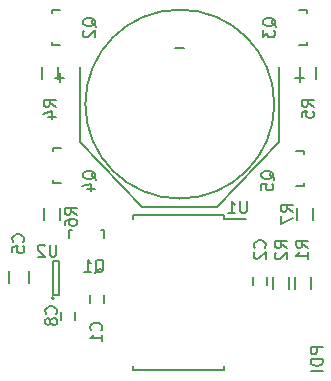
<source format=gbo>
G04 #@! TF.FileFunction,Legend,Bot*
%FSLAX46Y46*%
G04 Gerber Fmt 4.6, Leading zero omitted, Abs format (unit mm)*
G04 Created by KiCad (PCBNEW 4.0.2+dfsg1-stable) date Sat 12 Nov 2016 15:30:03 AEDT*
%MOMM*%
G01*
G04 APERTURE LIST*
%ADD10C,0.100000*%
%ADD11C,0.150000*%
G04 APERTURE END LIST*
D10*
D11*
X216098381Y-124603000D02*
X215098381Y-124603000D01*
X215098381Y-124983953D01*
X215146000Y-125079191D01*
X215193619Y-125126810D01*
X215288857Y-125174429D01*
X215431714Y-125174429D01*
X215526952Y-125126810D01*
X215574571Y-125079191D01*
X215622190Y-124983953D01*
X215622190Y-124603000D01*
X216098381Y-125603000D02*
X215098381Y-125603000D01*
X215098381Y-125841095D01*
X215146000Y-125983953D01*
X215241238Y-126079191D01*
X215336476Y-126126810D01*
X215526952Y-126174429D01*
X215669810Y-126174429D01*
X215860286Y-126126810D01*
X215955524Y-126079191D01*
X216050762Y-125983953D01*
X216098381Y-125841095D01*
X216098381Y-125603000D01*
X216098381Y-126603000D02*
X215098381Y-126603000D01*
X193348000Y-120445000D02*
G75*
G03X193348000Y-120445000I-100000J0D01*
G01*
X193798000Y-120195000D02*
X193298000Y-120195000D01*
X193798000Y-117295000D02*
X193798000Y-120195000D01*
X193298000Y-117295000D02*
X193798000Y-117295000D01*
X193298000Y-120195000D02*
X193298000Y-117295000D01*
X197577000Y-120873000D02*
X197577000Y-120173000D01*
X196377000Y-120173000D02*
X196377000Y-120873000D01*
X193278760Y-110519160D02*
X193278760Y-110470900D01*
X193979800Y-107720180D02*
X193278760Y-107720180D01*
X193278760Y-107720180D02*
X193278760Y-107969100D01*
X193278760Y-110519160D02*
X193278760Y-110719820D01*
X193278760Y-110719820D02*
X193979800Y-110719820D01*
X194788840Y-114665760D02*
X194837100Y-114665760D01*
X197587820Y-115366800D02*
X197587820Y-114665760D01*
X197587820Y-114665760D02*
X197338900Y-114665760D01*
X194788840Y-114665760D02*
X194588180Y-114665760D01*
X194588180Y-114665760D02*
X194588180Y-115366800D01*
X207775000Y-113375000D02*
X207775000Y-113710000D01*
X200025000Y-113375000D02*
X200025000Y-113710000D01*
X200025000Y-126525000D02*
X200025000Y-126190000D01*
X207775000Y-126525000D02*
X207775000Y-126190000D01*
X207775000Y-113375000D02*
X200025000Y-113375000D01*
X207775000Y-126525000D02*
X200025000Y-126525000D01*
X207775000Y-113710000D02*
X209575000Y-113710000D01*
X214772240Y-96236840D02*
X214772240Y-96285100D01*
X214071200Y-99035820D02*
X214772240Y-99035820D01*
X214772240Y-99035820D02*
X214772240Y-98786900D01*
X214772240Y-96236840D02*
X214772240Y-96036180D01*
X214772240Y-96036180D02*
X214071200Y-96036180D01*
X211420000Y-119349000D02*
X211420000Y-118649000D01*
X210220000Y-118649000D02*
X210220000Y-119349000D01*
X193151760Y-98835160D02*
X193151760Y-98786900D01*
X193852800Y-96036180D02*
X193151760Y-96036180D01*
X193151760Y-96036180D02*
X193151760Y-96285100D01*
X193151760Y-98835160D02*
X193151760Y-99035820D01*
X193151760Y-99035820D02*
X193852800Y-99035820D01*
X215075000Y-119626000D02*
X215075000Y-118626000D01*
X213725000Y-118626000D02*
X213725000Y-119626000D01*
X213275000Y-119650000D02*
X213275000Y-118650000D01*
X211925000Y-118650000D02*
X211925000Y-119650000D01*
X193715000Y-101846000D02*
X193715000Y-100846000D01*
X192365000Y-100846000D02*
X192365000Y-101846000D01*
X215559000Y-101846000D02*
X215559000Y-100846000D01*
X214209000Y-100846000D02*
X214209000Y-101846000D01*
X193842000Y-113784000D02*
X193842000Y-112784000D01*
X192492000Y-112784000D02*
X192492000Y-113784000D01*
X214518240Y-108174840D02*
X214518240Y-108223100D01*
X213817200Y-110973820D02*
X214518240Y-110973820D01*
X214518240Y-110973820D02*
X214518240Y-110724900D01*
X214518240Y-108174840D02*
X214518240Y-107974180D01*
X214518240Y-107974180D02*
X213817200Y-107974180D01*
X215305000Y-113784000D02*
X215305000Y-112784000D01*
X213955000Y-112784000D02*
X213955000Y-113784000D01*
X212000000Y-104000000D02*
G75*
G03X212000000Y-104000000I-8000000J0D01*
G01*
X212435000Y-107175000D02*
X207175000Y-112720000D01*
X195565000Y-107175000D02*
X200825000Y-112720000D01*
X212435000Y-100825000D02*
X212435000Y-107175000D01*
X195565000Y-100825000D02*
X195565000Y-107175000D01*
X207175000Y-112720000D02*
X200825000Y-112720000D01*
X191223000Y-118118000D02*
X191223000Y-119118000D01*
X189523000Y-119118000D02*
X189523000Y-118118000D01*
X193964000Y-121570000D02*
X193964000Y-122270000D01*
X195164000Y-122270000D02*
X195164000Y-121570000D01*
X193547905Y-115911381D02*
X193547905Y-116720905D01*
X193500286Y-116816143D01*
X193452667Y-116863762D01*
X193357429Y-116911381D01*
X193166952Y-116911381D01*
X193071714Y-116863762D01*
X193024095Y-116816143D01*
X192976476Y-116720905D01*
X192976476Y-115911381D01*
X192547905Y-116006619D02*
X192500286Y-115959000D01*
X192405048Y-115911381D01*
X192166952Y-115911381D01*
X192071714Y-115959000D01*
X192024095Y-116006619D01*
X191976476Y-116101857D01*
X191976476Y-116197095D01*
X192024095Y-116339952D01*
X192595524Y-116911381D01*
X191976476Y-116911381D01*
X197334143Y-123150334D02*
X197381762Y-123102715D01*
X197429381Y-122959858D01*
X197429381Y-122864620D01*
X197381762Y-122721762D01*
X197286524Y-122626524D01*
X197191286Y-122578905D01*
X197000810Y-122531286D01*
X196857952Y-122531286D01*
X196667476Y-122578905D01*
X196572238Y-122626524D01*
X196477000Y-122721762D01*
X196429381Y-122864620D01*
X196429381Y-122959858D01*
X196477000Y-123102715D01*
X196524619Y-123150334D01*
X197429381Y-124102715D02*
X197429381Y-123531286D01*
X197429381Y-123817000D02*
X196429381Y-123817000D01*
X196572238Y-123721762D01*
X196667476Y-123626524D01*
X196715095Y-123531286D01*
X196889619Y-110394762D02*
X196842000Y-110299524D01*
X196746762Y-110204286D01*
X196603905Y-110061429D01*
X196556286Y-109966190D01*
X196556286Y-109870952D01*
X196794381Y-109918571D02*
X196746762Y-109823333D01*
X196651524Y-109728095D01*
X196461048Y-109680476D01*
X196127714Y-109680476D01*
X195937238Y-109728095D01*
X195842000Y-109823333D01*
X195794381Y-109918571D01*
X195794381Y-110109048D01*
X195842000Y-110204286D01*
X195937238Y-110299524D01*
X196127714Y-110347143D01*
X196461048Y-110347143D01*
X196651524Y-110299524D01*
X196746762Y-110204286D01*
X196794381Y-110109048D01*
X196794381Y-109918571D01*
X196127714Y-111204286D02*
X196794381Y-111204286D01*
X195746762Y-110966190D02*
X196461048Y-110728095D01*
X196461048Y-111347143D01*
X196818238Y-118276619D02*
X196913476Y-118229000D01*
X197008714Y-118133762D01*
X197151571Y-117990905D01*
X197246810Y-117943286D01*
X197342048Y-117943286D01*
X197294429Y-118181381D02*
X197389667Y-118133762D01*
X197484905Y-118038524D01*
X197532524Y-117848048D01*
X197532524Y-117514714D01*
X197484905Y-117324238D01*
X197389667Y-117229000D01*
X197294429Y-117181381D01*
X197103952Y-117181381D01*
X197008714Y-117229000D01*
X196913476Y-117324238D01*
X196865857Y-117514714D01*
X196865857Y-117848048D01*
X196913476Y-118038524D01*
X197008714Y-118133762D01*
X197103952Y-118181381D01*
X197294429Y-118181381D01*
X195913476Y-118181381D02*
X196484905Y-118181381D01*
X196199191Y-118181381D02*
X196199191Y-117181381D01*
X196294429Y-117324238D01*
X196389667Y-117419476D01*
X196484905Y-117467095D01*
X209676905Y-112228381D02*
X209676905Y-113037905D01*
X209629286Y-113133143D01*
X209581667Y-113180762D01*
X209486429Y-113228381D01*
X209295952Y-113228381D01*
X209200714Y-113180762D01*
X209153095Y-113133143D01*
X209105476Y-113037905D01*
X209105476Y-112228381D01*
X208105476Y-113228381D02*
X208676905Y-113228381D01*
X208391191Y-113228381D02*
X208391191Y-112228381D01*
X208486429Y-112371238D01*
X208581667Y-112466476D01*
X208676905Y-112514095D01*
X212129619Y-97440762D02*
X212082000Y-97345524D01*
X211986762Y-97250286D01*
X211843905Y-97107429D01*
X211796286Y-97012190D01*
X211796286Y-96916952D01*
X212034381Y-96964571D02*
X211986762Y-96869333D01*
X211891524Y-96774095D01*
X211701048Y-96726476D01*
X211367714Y-96726476D01*
X211177238Y-96774095D01*
X211082000Y-96869333D01*
X211034381Y-96964571D01*
X211034381Y-97155048D01*
X211082000Y-97250286D01*
X211177238Y-97345524D01*
X211367714Y-97393143D01*
X211701048Y-97393143D01*
X211891524Y-97345524D01*
X211986762Y-97250286D01*
X212034381Y-97155048D01*
X212034381Y-96964571D01*
X211034381Y-97726476D02*
X211034381Y-98345524D01*
X211415333Y-98012190D01*
X211415333Y-98155048D01*
X211462952Y-98250286D01*
X211510571Y-98297905D01*
X211605810Y-98345524D01*
X211843905Y-98345524D01*
X211939143Y-98297905D01*
X211986762Y-98250286D01*
X212034381Y-98155048D01*
X212034381Y-97869333D01*
X211986762Y-97774095D01*
X211939143Y-97726476D01*
X211177143Y-116165334D02*
X211224762Y-116117715D01*
X211272381Y-115974858D01*
X211272381Y-115879620D01*
X211224762Y-115736762D01*
X211129524Y-115641524D01*
X211034286Y-115593905D01*
X210843810Y-115546286D01*
X210700952Y-115546286D01*
X210510476Y-115593905D01*
X210415238Y-115641524D01*
X210320000Y-115736762D01*
X210272381Y-115879620D01*
X210272381Y-115974858D01*
X210320000Y-116117715D01*
X210367619Y-116165334D01*
X210367619Y-116546286D02*
X210320000Y-116593905D01*
X210272381Y-116689143D01*
X210272381Y-116927239D01*
X210320000Y-117022477D01*
X210367619Y-117070096D01*
X210462857Y-117117715D01*
X210558095Y-117117715D01*
X210700952Y-117070096D01*
X211272381Y-116498667D01*
X211272381Y-117117715D01*
X196889619Y-97440762D02*
X196842000Y-97345524D01*
X196746762Y-97250286D01*
X196603905Y-97107429D01*
X196556286Y-97012190D01*
X196556286Y-96916952D01*
X196794381Y-96964571D02*
X196746762Y-96869333D01*
X196651524Y-96774095D01*
X196461048Y-96726476D01*
X196127714Y-96726476D01*
X195937238Y-96774095D01*
X195842000Y-96869333D01*
X195794381Y-96964571D01*
X195794381Y-97155048D01*
X195842000Y-97250286D01*
X195937238Y-97345524D01*
X196127714Y-97393143D01*
X196461048Y-97393143D01*
X196651524Y-97345524D01*
X196746762Y-97250286D01*
X196794381Y-97155048D01*
X196794381Y-96964571D01*
X195889619Y-97774095D02*
X195842000Y-97821714D01*
X195794381Y-97916952D01*
X195794381Y-98155048D01*
X195842000Y-98250286D01*
X195889619Y-98297905D01*
X195984857Y-98345524D01*
X196080095Y-98345524D01*
X196222952Y-98297905D01*
X196794381Y-97726476D01*
X196794381Y-98345524D01*
X214852381Y-116165334D02*
X214376190Y-115832000D01*
X214852381Y-115593905D02*
X213852381Y-115593905D01*
X213852381Y-115974858D01*
X213900000Y-116070096D01*
X213947619Y-116117715D01*
X214042857Y-116165334D01*
X214185714Y-116165334D01*
X214280952Y-116117715D01*
X214328571Y-116070096D01*
X214376190Y-115974858D01*
X214376190Y-115593905D01*
X214852381Y-117117715D02*
X214852381Y-116546286D01*
X214852381Y-116832000D02*
X213852381Y-116832000D01*
X213995238Y-116736762D01*
X214090476Y-116641524D01*
X214138095Y-116546286D01*
X213052381Y-116189334D02*
X212576190Y-115856000D01*
X213052381Y-115617905D02*
X212052381Y-115617905D01*
X212052381Y-115998858D01*
X212100000Y-116094096D01*
X212147619Y-116141715D01*
X212242857Y-116189334D01*
X212385714Y-116189334D01*
X212480952Y-116141715D01*
X212528571Y-116094096D01*
X212576190Y-115998858D01*
X212576190Y-115617905D01*
X212147619Y-116570286D02*
X212100000Y-116617905D01*
X212052381Y-116713143D01*
X212052381Y-116951239D01*
X212100000Y-117046477D01*
X212147619Y-117094096D01*
X212242857Y-117141715D01*
X212338095Y-117141715D01*
X212480952Y-117094096D01*
X213052381Y-116522667D01*
X213052381Y-117141715D01*
X193492381Y-104227334D02*
X193016190Y-103894000D01*
X193492381Y-103655905D02*
X192492381Y-103655905D01*
X192492381Y-104036858D01*
X192540000Y-104132096D01*
X192587619Y-104179715D01*
X192682857Y-104227334D01*
X192825714Y-104227334D01*
X192920952Y-104179715D01*
X192968571Y-104132096D01*
X193016190Y-104036858D01*
X193016190Y-103655905D01*
X192825714Y-105084477D02*
X193492381Y-105084477D01*
X192444762Y-104846381D02*
X193159048Y-104608286D01*
X193159048Y-105227334D01*
X215336381Y-104227334D02*
X214860190Y-103894000D01*
X215336381Y-103655905D02*
X214336381Y-103655905D01*
X214336381Y-104036858D01*
X214384000Y-104132096D01*
X214431619Y-104179715D01*
X214526857Y-104227334D01*
X214669714Y-104227334D01*
X214764952Y-104179715D01*
X214812571Y-104132096D01*
X214860190Y-104036858D01*
X214860190Y-103655905D01*
X214336381Y-105132096D02*
X214336381Y-104655905D01*
X214812571Y-104608286D01*
X214764952Y-104655905D01*
X214717333Y-104751143D01*
X214717333Y-104989239D01*
X214764952Y-105084477D01*
X214812571Y-105132096D01*
X214907810Y-105179715D01*
X215145905Y-105179715D01*
X215241143Y-105132096D01*
X215288762Y-105084477D01*
X215336381Y-104989239D01*
X215336381Y-104751143D01*
X215288762Y-104655905D01*
X215241143Y-104608286D01*
X195270381Y-113371334D02*
X194794190Y-113038000D01*
X195270381Y-112799905D02*
X194270381Y-112799905D01*
X194270381Y-113180858D01*
X194318000Y-113276096D01*
X194365619Y-113323715D01*
X194460857Y-113371334D01*
X194603714Y-113371334D01*
X194698952Y-113323715D01*
X194746571Y-113276096D01*
X194794190Y-113180858D01*
X194794190Y-112799905D01*
X194270381Y-114228477D02*
X194270381Y-114038000D01*
X194318000Y-113942762D01*
X194365619Y-113895143D01*
X194508476Y-113799905D01*
X194698952Y-113752286D01*
X195079905Y-113752286D01*
X195175143Y-113799905D01*
X195222762Y-113847524D01*
X195270381Y-113942762D01*
X195270381Y-114133239D01*
X195222762Y-114228477D01*
X195175143Y-114276096D01*
X195079905Y-114323715D01*
X194841810Y-114323715D01*
X194746571Y-114276096D01*
X194698952Y-114228477D01*
X194651333Y-114133239D01*
X194651333Y-113942762D01*
X194698952Y-113847524D01*
X194746571Y-113799905D01*
X194841810Y-113752286D01*
X212002619Y-110394762D02*
X211955000Y-110299524D01*
X211859762Y-110204286D01*
X211716905Y-110061429D01*
X211669286Y-109966190D01*
X211669286Y-109870952D01*
X211907381Y-109918571D02*
X211859762Y-109823333D01*
X211764524Y-109728095D01*
X211574048Y-109680476D01*
X211240714Y-109680476D01*
X211050238Y-109728095D01*
X210955000Y-109823333D01*
X210907381Y-109918571D01*
X210907381Y-110109048D01*
X210955000Y-110204286D01*
X211050238Y-110299524D01*
X211240714Y-110347143D01*
X211574048Y-110347143D01*
X211764524Y-110299524D01*
X211859762Y-110204286D01*
X211907381Y-110109048D01*
X211907381Y-109918571D01*
X210907381Y-111251905D02*
X210907381Y-110775714D01*
X211383571Y-110728095D01*
X211335952Y-110775714D01*
X211288333Y-110870952D01*
X211288333Y-111109048D01*
X211335952Y-111204286D01*
X211383571Y-111251905D01*
X211478810Y-111299524D01*
X211716905Y-111299524D01*
X211812143Y-111251905D01*
X211859762Y-111204286D01*
X211907381Y-111109048D01*
X211907381Y-110870952D01*
X211859762Y-110775714D01*
X211812143Y-110728095D01*
X213558381Y-113117334D02*
X213082190Y-112784000D01*
X213558381Y-112545905D02*
X212558381Y-112545905D01*
X212558381Y-112926858D01*
X212606000Y-113022096D01*
X212653619Y-113069715D01*
X212748857Y-113117334D01*
X212891714Y-113117334D01*
X212986952Y-113069715D01*
X213034571Y-113022096D01*
X213082190Y-112926858D01*
X213082190Y-112545905D01*
X212558381Y-113450667D02*
X212558381Y-114117334D01*
X213558381Y-113688762D01*
X214540952Y-101785429D02*
X213779047Y-101785429D01*
X214159999Y-102166381D02*
X214159999Y-101404476D01*
X194220952Y-101785429D02*
X193459047Y-101785429D01*
X193839999Y-102166381D02*
X193839999Y-101404476D01*
X204380952Y-99245429D02*
X203619047Y-99245429D01*
X190730143Y-115657334D02*
X190777762Y-115609715D01*
X190825381Y-115466858D01*
X190825381Y-115371620D01*
X190777762Y-115228762D01*
X190682524Y-115133524D01*
X190587286Y-115085905D01*
X190396810Y-115038286D01*
X190253952Y-115038286D01*
X190063476Y-115085905D01*
X189968238Y-115133524D01*
X189873000Y-115228762D01*
X189825381Y-115371620D01*
X189825381Y-115466858D01*
X189873000Y-115609715D01*
X189920619Y-115657334D01*
X189825381Y-116562096D02*
X189825381Y-116085905D01*
X190301571Y-116038286D01*
X190253952Y-116085905D01*
X190206333Y-116181143D01*
X190206333Y-116419239D01*
X190253952Y-116514477D01*
X190301571Y-116562096D01*
X190396810Y-116609715D01*
X190634905Y-116609715D01*
X190730143Y-116562096D01*
X190777762Y-116514477D01*
X190825381Y-116419239D01*
X190825381Y-116181143D01*
X190777762Y-116085905D01*
X190730143Y-116038286D01*
X193524143Y-121753334D02*
X193571762Y-121705715D01*
X193619381Y-121562858D01*
X193619381Y-121467620D01*
X193571762Y-121324762D01*
X193476524Y-121229524D01*
X193381286Y-121181905D01*
X193190810Y-121134286D01*
X193047952Y-121134286D01*
X192857476Y-121181905D01*
X192762238Y-121229524D01*
X192667000Y-121324762D01*
X192619381Y-121467620D01*
X192619381Y-121562858D01*
X192667000Y-121705715D01*
X192714619Y-121753334D01*
X193047952Y-122324762D02*
X193000333Y-122229524D01*
X192952714Y-122181905D01*
X192857476Y-122134286D01*
X192809857Y-122134286D01*
X192714619Y-122181905D01*
X192667000Y-122229524D01*
X192619381Y-122324762D01*
X192619381Y-122515239D01*
X192667000Y-122610477D01*
X192714619Y-122658096D01*
X192809857Y-122705715D01*
X192857476Y-122705715D01*
X192952714Y-122658096D01*
X193000333Y-122610477D01*
X193047952Y-122515239D01*
X193047952Y-122324762D01*
X193095571Y-122229524D01*
X193143190Y-122181905D01*
X193238429Y-122134286D01*
X193428905Y-122134286D01*
X193524143Y-122181905D01*
X193571762Y-122229524D01*
X193619381Y-122324762D01*
X193619381Y-122515239D01*
X193571762Y-122610477D01*
X193524143Y-122658096D01*
X193428905Y-122705715D01*
X193238429Y-122705715D01*
X193143190Y-122658096D01*
X193095571Y-122610477D01*
X193047952Y-122515239D01*
M02*

</source>
